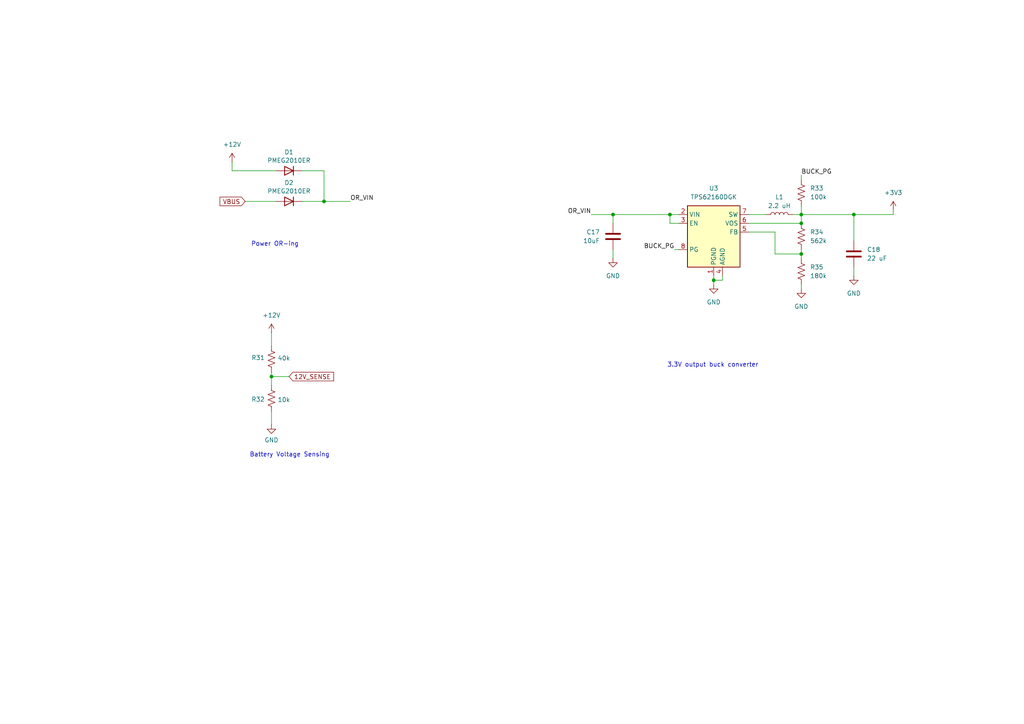
<source format=kicad_sch>
(kicad_sch (version 20231120) (generator "eeschema") (generator_version "8.0")
  (paper "A4")
  (lib_symbols
    (symbol "Device:C" (pin_numbers hide) (pin_names (offset 0.254))
      (property "Reference" "C" (at 0.635 2.54 0))
      (property "Value" "C" (at 0.635 -2.54 0))
      (symbol "C_0_1"
        (polyline (pts (xy -2.032 -0.762) (xy 2.032 -0.762)) (stroke (width 0.508)))
        (polyline (pts (xy -2.032 0.762) (xy 2.032 0.762)) (stroke (width 0.508)))
      )
      (symbol "C_1_1"
        (pin passive line (at 0 3.81 270) (length 2.794) (name "~") (number "1"))
        (pin passive line (at 0 -3.81 90) (length 2.794) (name "~") (number "2"))
      )
    )
    (symbol "Device:D" (pin_numbers hide) (pin_names (offset 1.016) hide)
      (property "Reference" "D" (at 0 2.54 0))
      (property "Value" "D" (at 0 -2.54 0))
      (symbol "D_0_1"
        (polyline (pts (xy -1.27 1.27) (xy -1.27 -1.27)) (stroke (width 0.254)))
        (polyline (pts (xy 1.27 0) (xy -1.27 0)))
        (polyline (pts (xy 1.27 1.27) (xy 1.27 -1.27) (xy -1.27 0) (xy 1.27 1.27)) (stroke (width 0.254)))
      )
      (symbol "D_1_1"
        (pin passive line (at -3.81 0 0) (length 2.54) (name "K") (number "1"))
        (pin passive line (at 3.81 0 180) (length 2.54) (name "A") (number "2"))
      )
    )
    (symbol "Device:L" (pin_numbers hide) (pin_names (offset 1.016) hide)
      (property "Reference" "L" (at -1.27 0 90))
      (property "Value" "L" (at 1.905 0 90))
      (symbol "L_0_1"
        (arc (start 0 -2.54) (mid 0.6323 -1.905) (end 0 -1.27))
        (arc (start 0 -1.27) (mid 0.6323 -0.635) (end 0 0))
        (arc (start 0 0) (mid 0.6323 0.635) (end 0 1.27))
        (arc (start 0 1.27) (mid 0.6323 1.905) (end 0 2.54))
      )
      (symbol "L_1_1"
        (pin passive line (at 0 3.81 270) (length 1.27) (name "1") (number "1"))
        (pin passive line (at 0 -3.81 90) (length 1.27) (name "2") (number "2"))
      )
    )
    (symbol "Device:R_US" (pin_numbers hide) (pin_names (offset 0))
      (property "Reference" "R" (at 2.54 0 90))
      (property "Value" "R_US" (at -2.54 0 90))
      (symbol "R_US_0_1"
        (polyline (pts (xy 0 -2.286) (xy 0 -2.54)))
        (polyline (pts (xy 0 2.286) (xy 0 2.54)))
        (polyline (pts (xy 0 -0.762) (xy 1.016 -1.143) (xy 0 -1.524) (xy -1.016 -1.905) (xy 0 -2.286)))
        (polyline (pts (xy 0 0.762) (xy 1.016 0.381) (xy 0 0) (xy -1.016 -0.381) (xy 0 -0.762)))
        (polyline (pts (xy 0 2.286) (xy 1.016 1.905) (xy 0 1.524) (xy -1.016 1.143) (xy 0 0.762)))
      )
      (symbol "R_US_1_1"
        (pin passive line (at 0 3.81 270) (length 1.27) (name "~") (number "1"))
        (pin passive line (at 0 -3.81 90) (length 1.27) (name "~") (number "2"))
      )
    )
    (symbol "Regulator_Switching:TPS62160DGK"
      (property "Reference" "U" (at -7.62 11.43 0))
      (property "Value" "TPS62160DGK" (at -1.27 11.43 0))
      (symbol "TPS62160DGK_0_1"
        (rectangle (start -7.62 10.16) (end 7.62 -7.62) (stroke (width 0.254)) (fill (type background)))
      )
      (symbol "TPS62160DGK_1_1"
        (pin power_in line (at 0 -10.16 90) (length 2.54) (name "PGND") (number "1"))
        (pin power_in line (at -10.16 7.62 0) (length 2.54) (name "VIN") (number "2"))
        (pin input line (at -10.16 5.08 0) (length 2.54) (name "EN") (number "3"))
        (pin power_in line (at 2.54 -10.16 90) (length 2.54) (name "AGND") (number "4"))
        (pin input line (at 10.16 2.54 180) (length 2.54) (name "FB") (number "5"))
        (pin input line (at 10.16 5.08 180) (length 2.54) (name "VOS") (number "6"))
        (pin output line (at 10.16 7.62 180) (length 2.54) (name "SW") (number "7"))
        (pin open_collector line (at -10.16 -2.54 0) (length 2.54) (name "PG") (number "8"))
      )
    )
    (symbol "power:+12V" (power) (pin_numbers hide) (pin_names (offset 0) hide)
      (property "Value" "+12V" (at 0 3.556 0))
      (symbol "+12V_0_1"
        (polyline (pts (xy -0.762 1.27) (xy 0 2.54)))
        (polyline (pts (xy 0 0) (xy 0 2.54)))
        (polyline (pts (xy 0 2.54) (xy 0.762 1.27)))
      )
      (symbol "+12V_1_1"
        (pin power_in line (at 0 0 90) (length 0) (name "~") (number "1"))
      )
    )
    (symbol "power:+3V3" (power) (pin_numbers hide) (pin_names (offset 0) hide)
      (property "Value" "+3V3" (at 0 3.556 0))
      (symbol "+3V3_0_1"
        (polyline (pts (xy -0.762 1.27) (xy 0 2.54)))
        (polyline (pts (xy 0 0) (xy 0 2.54)))
        (polyline (pts (xy 0 2.54) (xy 0.762 1.27)))
      )
      (symbol "+3V3_1_1"
        (pin power_in line (at 0 0 90) (length 0) (name "~") (number "1"))
      )
    )
    (symbol "power:GND" (power) (pin_numbers hide) (pin_names (offset 0) hide)
      (property "Value" "GND" (at 0 -3.81 0))
      (symbol "GND_0_1"
        (polyline (pts (xy 0 0) (xy 0 -1.27) (xy 1.27 -1.27) (xy 0 -2.54) (xy -1.27 -1.27) (xy 0 -1.27)))
      )
      (symbol "GND_1_1"
        (pin power_in line (at 0 0 270) (length 0) (name "~") (number "1"))
      )
    )
  )
  (junction (at 247.65 62.23))
  (junction (at 78.74 109.22))
  (junction (at 177.8 62.23))
  (junction (at 93.98 58.42))
  (junction (at 194.31 62.23))
  (junction (at 232.41 62.23))
  (junction (at 232.41 73.66))
  (junction (at 232.41 64.77))
  (junction (at 207.01 81.28))
  (wire (pts (xy 171.45 62.23) (xy 177.8 62.23)))
  (wire (pts (xy 78.74 119.38) (xy 78.74 123.19)))
  (wire (pts (xy 207.01 81.28) (xy 209.55 81.28)))
  (wire (pts (xy 93.98 58.42) (xy 93.98 49.53)))
  (wire (pts (xy 177.8 62.23) (xy 177.8 64.77)))
  (wire (pts (xy 247.65 62.23) (xy 259.08 62.23)))
  (wire (pts (xy 229.87 62.23) (xy 232.41 62.23)))
  (wire (pts (xy 177.8 62.23) (xy 194.31 62.23)))
  (wire (pts (xy 196.85 64.77) (xy 194.31 64.77)))
  (wire (pts (xy 247.65 62.23) (xy 247.65 69.85)))
  (wire (pts (xy 195.58 72.39) (xy 196.85 72.39)))
  (wire (pts (xy 232.41 62.23) (xy 232.41 64.77)))
  (wire (pts (xy 93.98 58.42) (xy 101.6 58.42)))
  (wire (pts (xy 232.41 50.8) (xy 232.41 52.07)))
  (wire (pts (xy 78.74 107.95) (xy 78.74 109.22)))
  (wire (pts (xy 224.79 67.31) (xy 224.79 73.66)))
  (wire (pts (xy 224.79 73.66) (xy 232.41 73.66)))
  (wire (pts (xy 259.08 60.96) (xy 259.08 62.23)))
  (wire (pts (xy 232.41 59.69) (xy 232.41 62.23)))
  (wire (pts (xy 247.65 77.47) (xy 247.65 80.01)))
  (wire (pts (xy 194.31 62.23) (xy 196.85 62.23)))
  (wire (pts (xy 78.74 109.22) (xy 83.82 109.22)))
  (wire (pts (xy 209.55 80.01) (xy 209.55 81.28)))
  (wire (pts (xy 217.17 64.77) (xy 232.41 64.77)))
  (wire (pts (xy 67.31 46.99) (xy 67.31 49.53)))
  (wire (pts (xy 217.17 67.31) (xy 224.79 67.31)))
  (wire (pts (xy 232.41 82.55) (xy 232.41 83.82)))
  (wire (pts (xy 78.74 109.22) (xy 78.74 111.76)))
  (wire (pts (xy 232.41 73.66) (xy 232.41 74.93)))
  (wire (pts (xy 232.41 62.23) (xy 247.65 62.23)))
  (wire (pts (xy 67.31 49.53) (xy 80.01 49.53)))
  (wire (pts (xy 78.74 96.52) (xy 78.74 100.33)))
  (wire (pts (xy 177.8 72.39) (xy 177.8 74.93)))
  (wire (pts (xy 207.01 81.28) (xy 207.01 82.55)))
  (wire (pts (xy 93.98 49.53) (xy 87.63 49.53)))
  (wire (pts (xy 71.12 58.42) (xy 80.01 58.42)))
  (wire (pts (xy 232.41 72.39) (xy 232.41 73.66)))
  (wire (pts (xy 194.31 62.23) (xy 194.31 64.77)))
  (wire (pts (xy 87.63 58.42) (xy 93.98 58.42)))
  (wire (pts (xy 217.17 62.23) (xy 222.25 62.23)))
  (wire (pts (xy 207.01 80.01) (xy 207.01 81.28)))
  (text "Power OR-ing" (at 79.756 70.866 0) (effects (font (size 1.27 1.27))))
  (text "Battery Voltage Sensing" (at 72.39 132.715 0) (effects (font (size 1.27 1.27)) (justify left bottom)))
  (text "3.3V output buck converter" (at 206.756 105.918 0) (effects (font (size 1.27 1.27))))
  (label "OR_VIN" (at 101.6 58.42 0))
  (label "OR_VIN" (at 171.45 62.23 180))
  (label "BUCK_PG" (at 232.41 50.8 0))
  (label "BUCK_PG" (at 195.58 72.39 180))
  (global_label "VBUS" (shape input) (at 71.12 58.42 180) (property "Intersheetrefs" "${INTERSHEET_REFS}" (effects (hide yes))))
  (global_label "12V_SENSE" (shape input) (at 83.82 109.22 0) (property "Intersheetrefs" "${INTERSHEET_REFS}" (effects (hide yes))))
  (symbol (lib_id "Device:D") (at 83.82 58.42 180) (unit 1)
    (property "Reference" "D2" (at 83.82 53.0057 0))
    (property "Value" "PMEG2010ER" (at 83.82 55.4299 0))
    (property "Footprint" "Diode_SMD:Nexperia_CFP3_SOD-123W" (effects (hide yes)))
    (property "Sim.Device" "D" (effects (hide yes)))
    (property "Sim.Pins" "1=K 2=A" (effects (hide yes)))
  )
  (symbol (lib_id "Device:L") (at 226.06 62.23 90) (unit 1)
    (property "Reference" "L1" (at 226.06 57.15 90))
    (property "Value" "2.2 uH" (at 226.06 59.69 90))
    (property "Description" "Inductor" (effects (hide yes)))
  )
  (symbol (lib_id "Device:R_US") (at 232.41 78.74 0) (unit 1)
    (property "Reference" "R35" (at 234.95 77.4699 0) (effects (justify left)))
    (property "Value" "180k" (at 234.95 80.0099 0) (effects (justify left)))
    (property "Description" "Resistor, US symbol" (effects (hide yes)))
  )
  (symbol (lib_id "power:GND") (at 247.65 80.01 0) (unit 1)
    (property "Reference" "#PWR084" (effects (hide yes)))
    (property "Value" "GND" (at 247.65 85.09 0))
    (property "Description" "Power symbol creates a global label with name \"GND\" , ground" (effects (hide yes)))
  )
  (symbol (lib_id "power:+12V") (at 67.31 46.99 0) (unit 1)
    (property "Reference" "#PWR086" (effects (hide yes)))
    (property "Value" "+12V" (at 67.31 41.91 0))
    (property "Description" "Power symbol creates a global label with name \"+12V\"" (effects (hide yes)))
  )
  (symbol (lib_id "power:GND") (at 78.74 123.19 0) (unit 1)
    (property "Reference" "#PWR075" (effects (hide yes)))
    (property "Value" "GND" (at 78.74 127.635 0))
  )
  (symbol (lib_id "power:GND") (at 177.8 74.93 0) (unit 1)
    (property "Reference" "#PWR082" (effects (hide yes)))
    (property "Value" "GND" (at 177.8 80.01 0))
    (property "Description" "Power symbol creates a global label with name \"GND\" , ground" (effects (hide yes)))
  )
  (symbol (lib_id "Device:C") (at 177.8 68.58 0) (mirror y) (unit 1)
    (property "Reference" "C17" (at 173.99 67.3099 0) (effects (justify left)))
    (property "Value" "10uF" (at 173.99 69.8499 0) (effects (justify left)))
    (property "Description" "Unpolarized capacitor" (effects (hide yes)))
  )
  (symbol (lib_id "Device:R_US") (at 78.74 104.14 0) (unit 1)
    (property "Reference" "R31" (at 72.898 103.759 0) (effects (justify left)))
    (property "Value" "40k" (at 80.518 103.886 0) (effects (justify left)))
    (property "Footprint" "Resistor_SMD:R_0805_2012Metric_Pad1.20x1.40mm_HandSolder" (effects (hide yes)))
  )
  (symbol (lib_id "power:GND") (at 207.01 82.55 0) (unit 1)
    (property "Reference" "#PWR081" (effects (hide yes)))
    (property "Value" "GND" (at 207.01 87.63 0))
    (property "Description" "Power symbol creates a global label with name \"GND\" , ground" (effects (hide yes)))
  )
  (symbol (lib_id "Device:D") (at 83.82 49.53 180) (unit 1)
    (property "Reference" "D1" (at 83.82 44.1157 0))
    (property "Value" "PMEG2010ER" (at 83.82 46.5399 0))
    (property "Footprint" "Diode_SMD:Nexperia_CFP3_SOD-123W" (effects (hide yes)))
    (property "Sim.Device" "D" (effects (hide yes)))
    (property "Sim.Pins" "1=K 2=A" (effects (hide yes)))
  )
  (symbol (lib_id "Device:R_US") (at 232.41 55.88 0) (unit 1)
    (property "Reference" "R33" (at 234.95 54.6099 0) (effects (justify left)))
    (property "Value" "100k" (at 234.95 57.1499 0) (effects (justify left)))
    (property "Description" "Resistor, US symbol" (effects (hide yes)))
  )
  (symbol (lib_id "power:+3V3") (at 259.08 60.96 0) (unit 1)
    (property "Reference" "#PWR085" (effects (hide yes)))
    (property "Value" "+3V3" (at 259.08 55.88 0))
    (property "Description" "Power symbol creates a global label with name \"+3V3\"" (effects (hide yes)))
  )
  (symbol (lib_id "Device:C") (at 247.65 73.66 0) (unit 1)
    (property "Reference" "C18" (at 251.46 72.3899 0) (effects (justify left)))
    (property "Value" "22 uF" (at 251.46 74.9299 0) (effects (justify left)))
    (property "Description" "Unpolarized capacitor" (effects (hide yes)))
  )
  (symbol (lib_id "Device:R_US") (at 78.74 115.57 0) (unit 1)
    (property "Reference" "R32" (at 72.898 115.824 0) (effects (justify left)))
    (property "Value" "10k" (at 80.518 115.951 0) (effects (justify left)))
    (property "Footprint" "Resistor_SMD:R_0805_2012Metric_Pad1.20x1.40mm_HandSolder" (effects (hide yes)))
  )
  (symbol (lib_id "power:GND") (at 232.41 83.82 0) (unit 1)
    (property "Reference" "#PWR083" (effects (hide yes)))
    (property "Value" "GND" (at 232.41 88.9 0))
    (property "Description" "Power symbol creates a global label with name \"GND\" , ground" (effects (hide yes)))
  )
  (symbol (lib_id "power:+12V") (at 78.74 96.52 0) (unit 1)
    (property "Reference" "#PWR074" (effects (hide yes)))
    (property "Value" "+12V" (at 78.74 91.44 0))
  )
  (symbol (lib_id "Regulator_Switching:TPS62160DGK") (at 207.01 69.85 0) (unit 1)
    (property "Reference" "U3" (at 207.01 54.61 0))
    (property "Value" "TPS62160DGK" (at 207.01 57.15 0))
    (property "Footprint" "Package_SO:MSOP-8_3x3mm_P0.65mm" (effects (hide yes)))
    (property "Datasheet" "http://www.ti.com/lit/ds/symlink/tps62160.pdf" (effects (hide yes)))
    (property "Description" "1A Step-Down Converter with DCS-Control, adjustable output, 3-17V input voltage, VSSOP-8" (effects (hide yes)))
  )
  (symbol (lib_id "Device:R_US") (at 232.41 68.58 0) (unit 1)
    (property "Reference" "R34" (at 234.95 67.3099 0) (effects (justify left)))
    (property "Value" "562k" (at 234.95 69.8499 0) (effects (justify left)))
    (property "Description" "Resistor, US symbol" (effects (hide yes)))
  )
)
</source>
